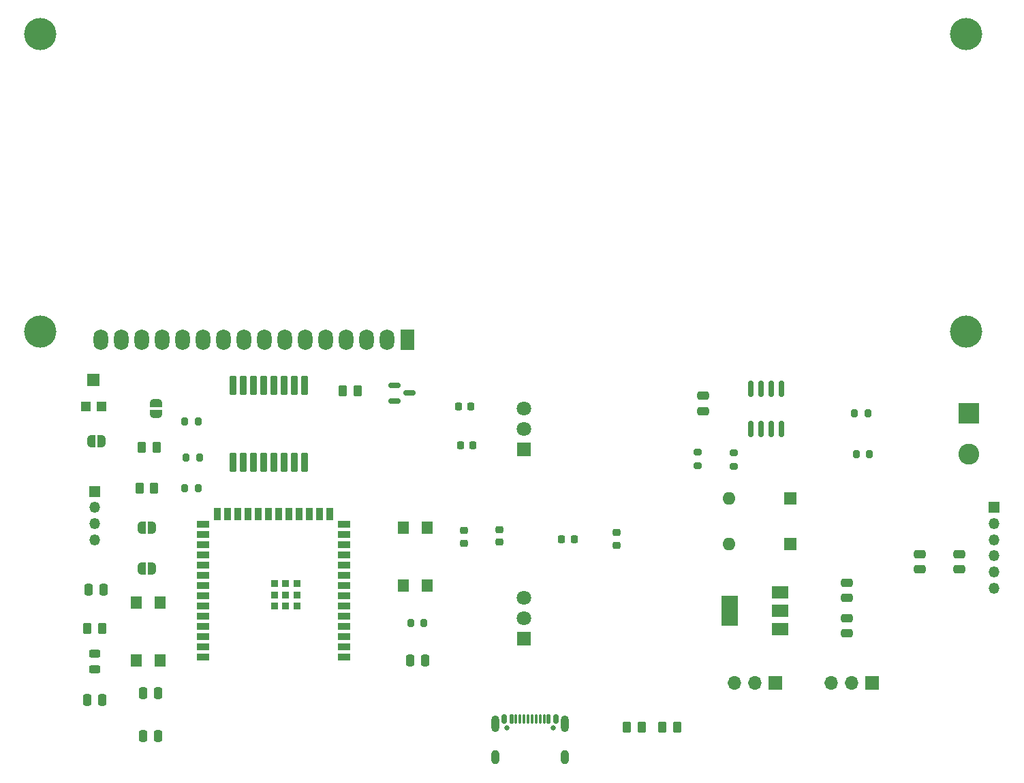
<source format=gbr>
%TF.GenerationSoftware,KiCad,Pcbnew,7.0.10*%
%TF.CreationDate,2024-04-09T13:41:23-07:00*%
%TF.ProjectId,COFFEE_MAKER,434f4646-4545-45f4-9d41-4b45522e6b69,rev?*%
%TF.SameCoordinates,Original*%
%TF.FileFunction,Soldermask,Top*%
%TF.FilePolarity,Negative*%
%FSLAX46Y46*%
G04 Gerber Fmt 4.6, Leading zero omitted, Abs format (unit mm)*
G04 Created by KiCad (PCBNEW 7.0.10) date 2024-04-09 13:41:23*
%MOMM*%
%LPD*%
G01*
G04 APERTURE LIST*
G04 Aperture macros list*
%AMRoundRect*
0 Rectangle with rounded corners*
0 $1 Rounding radius*
0 $2 $3 $4 $5 $6 $7 $8 $9 X,Y pos of 4 corners*
0 Add a 4 corners polygon primitive as box body*
4,1,4,$2,$3,$4,$5,$6,$7,$8,$9,$2,$3,0*
0 Add four circle primitives for the rounded corners*
1,1,$1+$1,$2,$3*
1,1,$1+$1,$4,$5*
1,1,$1+$1,$6,$7*
1,1,$1+$1,$8,$9*
0 Add four rect primitives between the rounded corners*
20,1,$1+$1,$2,$3,$4,$5,0*
20,1,$1+$1,$4,$5,$6,$7,0*
20,1,$1+$1,$6,$7,$8,$9,0*
20,1,$1+$1,$8,$9,$2,$3,0*%
%AMFreePoly0*
4,1,19,0.500000,-0.750000,0.000000,-0.750000,0.000000,-0.744911,-0.071157,-0.744911,-0.207708,-0.704816,-0.327430,-0.627875,-0.420627,-0.520320,-0.479746,-0.390866,-0.500000,-0.250000,-0.500000,0.250000,-0.479746,0.390866,-0.420627,0.520320,-0.327430,0.627875,-0.207708,0.704816,-0.071157,0.744911,0.000000,0.744911,0.000000,0.750000,0.500000,0.750000,0.500000,-0.750000,0.500000,-0.750000,
$1*%
%AMFreePoly1*
4,1,19,0.000000,0.744911,0.071157,0.744911,0.207708,0.704816,0.327430,0.627875,0.420627,0.520320,0.479746,0.390866,0.500000,0.250000,0.500000,-0.250000,0.479746,-0.390866,0.420627,-0.520320,0.327430,-0.627875,0.207708,-0.704816,0.071157,-0.744911,0.000000,-0.744911,0.000000,-0.750000,-0.500000,-0.750000,-0.500000,0.750000,0.000000,0.750000,0.000000,0.744911,0.000000,0.744911,
$1*%
G04 Aperture macros list end*
%ADD10RoundRect,0.250000X-0.262500X-0.450000X0.262500X-0.450000X0.262500X0.450000X-0.262500X0.450000X0*%
%ADD11RoundRect,0.200000X0.200000X0.275000X-0.200000X0.275000X-0.200000X-0.275000X0.200000X-0.275000X0*%
%ADD12R,1.500000X0.900000*%
%ADD13R,0.900000X1.500000*%
%ADD14R,0.900000X0.900000*%
%ADD15RoundRect,0.250000X-0.250000X-0.475000X0.250000X-0.475000X0.250000X0.475000X-0.250000X0.475000X0*%
%ADD16R,1.400000X1.600000*%
%ADD17RoundRect,0.250000X-0.475000X0.250000X-0.475000X-0.250000X0.475000X-0.250000X0.475000X0.250000X0*%
%ADD18R,1.350000X1.350000*%
%ADD19O,1.350000X1.350000*%
%ADD20RoundRect,0.200000X-0.200000X-0.275000X0.200000X-0.275000X0.200000X0.275000X-0.200000X0.275000X0*%
%ADD21FreePoly0,0.000000*%
%ADD22FreePoly1,0.000000*%
%ADD23RoundRect,0.200000X-0.275000X0.200000X-0.275000X-0.200000X0.275000X-0.200000X0.275000X0.200000X0*%
%ADD24RoundRect,0.150000X-0.150000X0.825000X-0.150000X-0.825000X0.150000X-0.825000X0.150000X0.825000X0*%
%ADD25R,2.600000X2.600000*%
%ADD26C,2.600000*%
%ADD27C,4.000000*%
%ADD28R,1.800000X2.600000*%
%ADD29O,1.800000X2.600000*%
%ADD30RoundRect,0.250000X0.475000X-0.250000X0.475000X0.250000X-0.475000X0.250000X-0.475000X-0.250000X0*%
%ADD31RoundRect,0.102000X-0.300000X-1.100000X0.300000X-1.100000X0.300000X1.100000X-0.300000X1.100000X0*%
%ADD32FreePoly0,90.000000*%
%ADD33FreePoly1,90.000000*%
%ADD34RoundRect,0.225000X0.250000X-0.225000X0.250000X0.225000X-0.250000X0.225000X-0.250000X-0.225000X0*%
%ADD35RoundRect,0.150000X-0.587500X-0.150000X0.587500X-0.150000X0.587500X0.150000X-0.587500X0.150000X0*%
%ADD36RoundRect,0.218750X-0.218750X-0.256250X0.218750X-0.256250X0.218750X0.256250X-0.218750X0.256250X0*%
%ADD37R,1.700000X1.700000*%
%ADD38O,1.700000X1.700000*%
%ADD39RoundRect,0.250000X0.262500X0.450000X-0.262500X0.450000X-0.262500X-0.450000X0.262500X-0.450000X0*%
%ADD40R,1.800000X1.800000*%
%ADD41C,1.800000*%
%ADD42RoundRect,0.243750X0.456250X-0.243750X0.456250X0.243750X-0.456250X0.243750X-0.456250X-0.243750X0*%
%ADD43RoundRect,0.225000X-0.225000X-0.250000X0.225000X-0.250000X0.225000X0.250000X-0.225000X0.250000X0*%
%ADD44R,2.000000X1.500000*%
%ADD45R,2.000000X3.800000*%
%ADD46RoundRect,0.225000X-0.250000X0.225000X-0.250000X-0.225000X0.250000X-0.225000X0.250000X0.225000X0*%
%ADD47R,1.600000X1.600000*%
%ADD48O,1.600000X1.600000*%
%ADD49C,0.650000*%
%ADD50RoundRect,0.150000X-0.150000X-0.425000X0.150000X-0.425000X0.150000X0.425000X-0.150000X0.425000X0*%
%ADD51RoundRect,0.110000X-0.110000X-0.465000X0.110000X-0.465000X0.110000X0.465000X-0.110000X0.465000X0*%
%ADD52RoundRect,0.075000X-0.075000X-0.500000X0.075000X-0.500000X0.075000X0.500000X-0.075000X0.500000X0*%
%ADD53O,1.000000X2.100000*%
%ADD54O,1.000000X1.800000*%
%ADD55RoundRect,0.250000X0.250000X0.475000X-0.250000X0.475000X-0.250000X-0.475000X0.250000X-0.475000X0*%
%ADD56R,1.200000X1.200000*%
%ADD57R,1.600000X1.500000*%
G04 APERTURE END LIST*
D10*
%TO.C,R7*%
X117832500Y-83185000D03*
X119657500Y-83185000D03*
%TD*%
D11*
%TO.C,FB1*%
X208350620Y-73929240D03*
X206700620Y-73929240D03*
%TD*%
D12*
%TO.C,U8*%
X143250620Y-104179240D03*
X143250620Y-102909240D03*
X143250620Y-101639240D03*
X143250620Y-100369240D03*
X143250620Y-99099240D03*
X143250620Y-97829240D03*
X143250620Y-96559240D03*
X143250620Y-95289240D03*
X143250620Y-94019240D03*
X143250620Y-92749240D03*
X143250620Y-91479240D03*
X143250620Y-90209240D03*
X143250620Y-88939240D03*
X143250620Y-87669240D03*
D13*
X141485620Y-86419240D03*
X140215620Y-86419240D03*
X138945620Y-86419240D03*
X137675620Y-86419240D03*
X136405620Y-86419240D03*
X135135620Y-86419240D03*
X133865620Y-86419240D03*
X132595620Y-86419240D03*
X131325620Y-86419240D03*
X130055620Y-86419240D03*
X128785620Y-86419240D03*
X127515620Y-86419240D03*
D12*
X125750620Y-87669240D03*
X125750620Y-88939240D03*
X125750620Y-90209240D03*
X125750620Y-91479240D03*
X125750620Y-92749240D03*
X125750620Y-94019240D03*
X125750620Y-95289240D03*
X125750620Y-96559240D03*
X125750620Y-97829240D03*
X125750620Y-99099240D03*
X125750620Y-100369240D03*
X125750620Y-101639240D03*
X125750620Y-102909240D03*
X125750620Y-104179240D03*
D14*
X137400620Y-97859240D03*
X137400620Y-96459240D03*
X137400620Y-95059240D03*
X136000620Y-97859240D03*
X136000620Y-96459240D03*
X136000620Y-95059240D03*
X134600620Y-97859240D03*
X134600620Y-96459240D03*
X134600620Y-95059240D03*
%TD*%
D15*
%TO.C,C18*%
X151450000Y-104648000D03*
X153350000Y-104648000D03*
%TD*%
D16*
%TO.C,SW5*%
X150585000Y-95338000D03*
X150585000Y-88138000D03*
X153585000Y-95338000D03*
X153585000Y-88138000D03*
%TD*%
D17*
%TO.C,C16*%
X205740000Y-94935000D03*
X205740000Y-96835000D03*
%TD*%
D18*
%TO.C,J7*%
X112268000Y-83614000D03*
D19*
X112268000Y-85614000D03*
X112268000Y-87614000D03*
X112268000Y-89614000D03*
%TD*%
D20*
%TO.C,R5*%
X123445000Y-83185000D03*
X125095000Y-83185000D03*
%TD*%
D21*
%TO.C,JP2*%
X118080000Y-88138000D03*
D22*
X119380000Y-88138000D03*
%TD*%
D20*
%TO.C,R4*%
X123635000Y-79375000D03*
X125285000Y-79375000D03*
%TD*%
D23*
%TO.C,R2*%
X191643000Y-78804000D03*
X191643000Y-80454000D03*
%TD*%
D24*
%TO.C,U5*%
X197612000Y-70866000D03*
X196342000Y-70866000D03*
X195072000Y-70866000D03*
X193802000Y-70866000D03*
X193802000Y-75816000D03*
X195072000Y-75816000D03*
X196342000Y-75816000D03*
X197612000Y-75816000D03*
%TD*%
D25*
%TO.C,J4*%
X220860620Y-73929240D03*
D26*
X220860620Y-78929240D03*
%TD*%
D27*
%TO.C,DS1*%
X220530420Y-63769240D03*
X220530420Y-26769060D03*
X105529380Y-63769240D03*
X105529380Y-26769060D03*
D28*
X151130000Y-64770000D03*
D29*
X148590000Y-64770000D03*
X146050000Y-64770000D03*
X143510000Y-64770000D03*
X140970000Y-64770000D03*
X138430000Y-64770000D03*
X135890000Y-64770000D03*
X133350000Y-64770000D03*
X130810000Y-64770000D03*
X128270000Y-64770000D03*
X125730000Y-64770000D03*
X123190000Y-64770000D03*
X120650000Y-64770000D03*
X118110000Y-64770000D03*
X115570000Y-64770000D03*
X113030000Y-64770000D03*
%TD*%
D30*
%TO.C,C13*%
X214757000Y-93279000D03*
X214757000Y-91379000D03*
%TD*%
D31*
%TO.C,U4*%
X129420620Y-79974240D03*
X130690620Y-79974240D03*
X131960620Y-79974240D03*
X133230620Y-79974240D03*
X134500620Y-79974240D03*
X135770620Y-79974240D03*
X137040620Y-79974240D03*
X138310620Y-79974240D03*
X138310620Y-70399240D03*
X137040620Y-70399240D03*
X135770620Y-70399240D03*
X134500620Y-70399240D03*
X133230620Y-70399240D03*
X131960620Y-70399240D03*
X130690620Y-70399240D03*
X129420620Y-70399240D03*
%TD*%
D23*
%TO.C,R1*%
X187198000Y-78741000D03*
X187198000Y-80391000D03*
%TD*%
D21*
%TO.C,JP1*%
X111810000Y-77355000D03*
D22*
X113110000Y-77355000D03*
%TD*%
D20*
%TO.C,FB2*%
X206890620Y-79009240D03*
X208540620Y-79009240D03*
%TD*%
D21*
%TO.C,JP3*%
X118080000Y-93218000D03*
D22*
X119380000Y-93218000D03*
%TD*%
D20*
%TO.C,R3*%
X123445000Y-74930000D03*
X125095000Y-74930000D03*
%TD*%
D32*
%TO.C,JP4*%
X119895620Y-73944240D03*
D33*
X119895620Y-72644240D03*
%TD*%
D34*
%TO.C,C3*%
X177139500Y-90297000D03*
X177139500Y-88747000D03*
%TD*%
D15*
%TO.C,C20*%
X118242000Y-114046000D03*
X120142000Y-114046000D03*
%TD*%
D35*
%TO.C,Q1*%
X149509000Y-70439240D03*
X149509000Y-72339240D03*
X151384000Y-71389240D03*
%TD*%
D15*
%TO.C,C19*%
X118242000Y-108712000D03*
X120142000Y-108712000D03*
%TD*%
D36*
%TO.C,F1*%
X170256000Y-89535000D03*
X171831000Y-89535000D03*
%TD*%
D37*
%TO.C,J1*%
X208900000Y-107385000D03*
D38*
X206360000Y-107385000D03*
X203820000Y-107385000D03*
%TD*%
D37*
%TO.C,J3*%
X196835000Y-107385000D03*
D38*
X194295000Y-107385000D03*
X191755000Y-107385000D03*
%TD*%
D30*
%TO.C,C14*%
X219710000Y-93294240D03*
X219710000Y-91394240D03*
%TD*%
D34*
%TO.C,C1*%
X162560000Y-89903000D03*
X162560000Y-88353000D03*
%TD*%
D39*
%TO.C,R12*%
X184658000Y-112903000D03*
X182833000Y-112903000D03*
%TD*%
D40*
%TO.C,U1*%
X165620620Y-101879240D03*
D41*
X165620620Y-99339240D03*
X165620620Y-96799240D03*
%TD*%
D42*
%TO.C,D1*%
X112255380Y-105692760D03*
X112255380Y-103817760D03*
%TD*%
D40*
%TO.C,U2*%
X165615620Y-78374240D03*
D41*
X165615620Y-75834240D03*
X165615620Y-73294240D03*
%TD*%
D43*
%TO.C,C4*%
X157721000Y-77851000D03*
X159271000Y-77851000D03*
%TD*%
D10*
%TO.C,R11*%
X178411500Y-112903000D03*
X180236500Y-112903000D03*
%TD*%
%TO.C,R8*%
X111347880Y-100612760D03*
X113172880Y-100612760D03*
%TD*%
%TO.C,R9*%
X143105500Y-71120000D03*
X144930500Y-71120000D03*
%TD*%
D44*
%TO.C,U7*%
X197435000Y-100725000D03*
X197435000Y-98425000D03*
D45*
X191135000Y-98425000D03*
D44*
X197435000Y-96125000D03*
%TD*%
D17*
%TO.C,C17*%
X205740000Y-99380000D03*
X205740000Y-101280000D03*
%TD*%
D30*
%TO.C,C5*%
X187840620Y-73609240D03*
X187840620Y-71709240D03*
%TD*%
D46*
%TO.C,C2*%
X158115000Y-88493000D03*
X158115000Y-90043000D03*
%TD*%
D47*
%TO.C,D7*%
X198730000Y-84455000D03*
D48*
X191110000Y-84455000D03*
%TD*%
D18*
%TO.C,J2*%
X224035620Y-85614240D03*
D19*
X224035620Y-87614240D03*
X224035620Y-89614240D03*
X224035620Y-91614240D03*
X224035620Y-93614240D03*
X224035620Y-95614240D03*
%TD*%
D36*
%TO.C,F2*%
X157454500Y-73025000D03*
X159029500Y-73025000D03*
%TD*%
D49*
%TO.C,J5*%
X163480000Y-112965000D03*
X169260000Y-112965000D03*
D50*
X163170000Y-111890000D03*
D51*
X164050000Y-111890000D03*
D52*
X165120000Y-111890000D03*
X166120000Y-111890000D03*
X166620000Y-111890000D03*
X167620000Y-111890000D03*
D50*
X169570000Y-111890000D03*
D51*
X168690000Y-111890000D03*
D52*
X168120000Y-111890000D03*
X167120000Y-111890000D03*
X165620000Y-111890000D03*
X164620000Y-111890000D03*
D53*
X162050000Y-112465000D03*
D54*
X162050000Y-116645000D03*
D53*
X170690000Y-112465000D03*
D54*
X170690000Y-116645000D03*
%TD*%
D55*
%TO.C,C10*%
X113409880Y-95830760D03*
X111509880Y-95830760D03*
%TD*%
D20*
%TO.C,R10*%
X151550000Y-99993000D03*
X153200000Y-99993000D03*
%TD*%
D56*
%TO.C,RV1*%
X111125000Y-73025000D03*
D57*
X112125000Y-69775000D03*
D56*
X113125000Y-73025000D03*
%TD*%
D10*
%TO.C,R6*%
X118110000Y-78105000D03*
X119935000Y-78105000D03*
%TD*%
D47*
%TO.C,D8*%
X198730000Y-90170000D03*
D48*
X191110000Y-90170000D03*
%TD*%
D55*
%TO.C,C21*%
X113210380Y-109502760D03*
X111310380Y-109502760D03*
%TD*%
D16*
%TO.C,SW6*%
X117396000Y-104648000D03*
X117396000Y-97448000D03*
X120396000Y-104648000D03*
X120396000Y-97448000D03*
%TD*%
M02*

</source>
